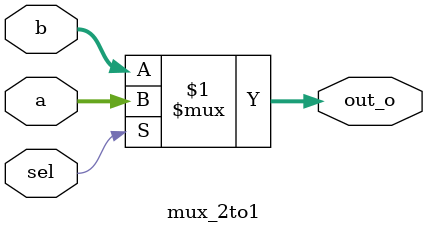
<source format=v>
module mux_2to1(input[7:0] a,
					 input[7:0] b,
					 input sel,
					 output[7:0] out_o);
					 

			assign out_o = sel? a : b;		 
			
endmodule
</source>
